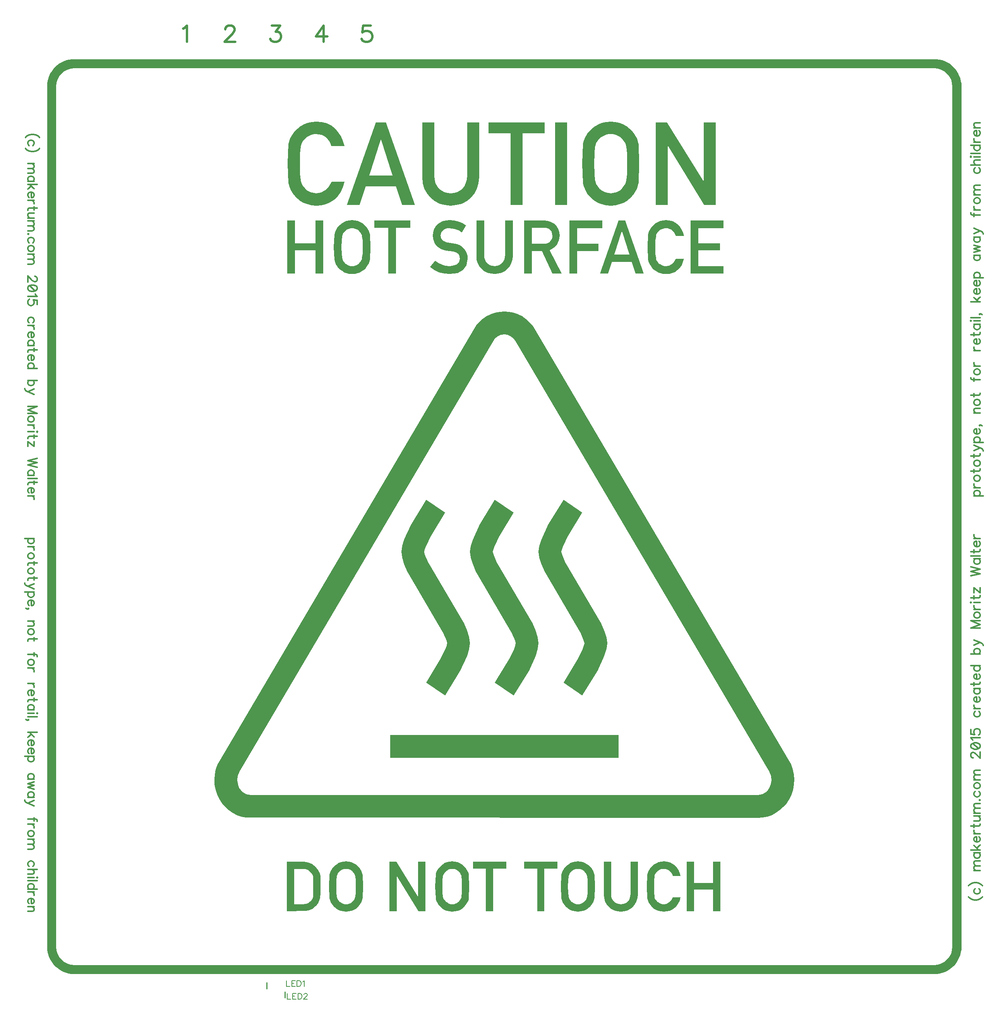
<source format=gto>
G04 DipTrace 2.4.0.2*
%INTOP_SILK.GTO*%
%MOIN*%
%ADD10C,0.0098*%
%ADD17C,0.0*%
%ADD37C,0.0077*%
%ADD39C,0.0216*%
%ADD41C,0.0124*%
%FSLAX44Y44*%
G04*
G70*
G90*
G75*
G01*
%LNTopSilk*%
%LPD*%
X25593Y5456D2*
D10*
Y5968D1*
X27188Y5180D2*
Y4669D1*
X48256Y43187D2*
D17*
X44750Y79002D2*
D3*
X48256Y54998D2*
D3*
G36*
X55909Y27290D2*
Y25322D1*
X36224D1*
Y27290D1*
X55909D1*
G37*
Y25322D2*
D17*
D3*
G36*
X42285Y32821D2*
X40975Y30674D1*
X39346Y31780D1*
X40589Y33832D1*
X40986Y34654D1*
X41100Y34958D1*
X41145Y35169D1*
X41100Y35377D1*
X40813Y36058D1*
X37715Y41336D1*
X37452Y41960D1*
X37273Y42537D1*
X37208Y43038D1*
X37273Y43540D1*
X37452Y44117D1*
X38036Y45382D1*
X39346Y47528D1*
X40975Y46423D1*
X39733Y44370D1*
X39335Y43549D1*
X39221Y43245D1*
X39176Y43034D1*
X39221Y42826D1*
X39508Y42145D1*
X42606Y36867D1*
X42870Y36243D1*
X43048Y35666D1*
X43113Y35164D1*
X43048Y34663D1*
X42870Y34086D1*
X42285Y32821D1*
G37*
X40975Y30674D2*
D17*
D3*
G36*
X48191Y32821D2*
X46880Y30674D1*
X45252Y31780D1*
X46494Y33832D1*
X46892Y34654D1*
X47005Y34958D1*
X47050Y35169D1*
X47005Y35377D1*
X46719Y36058D1*
X43620Y41336D1*
X43357Y41960D1*
X43179Y42537D1*
X43113Y43038D1*
X43179Y43540D1*
X43357Y44117D1*
X43942Y45382D1*
X45252Y47528D1*
X46881Y46423D1*
X45638Y44370D1*
X45240Y43549D1*
X45127Y43245D1*
X45082Y43034D1*
X45127Y42826D1*
X45414Y42145D1*
X48512Y36867D1*
X48775Y36243D1*
X48953Y35666D1*
X49019Y35164D1*
X48953Y34663D1*
X48775Y34086D1*
X48191Y32821D1*
G37*
X46880Y30674D2*
D17*
D3*
G36*
X54096Y32821D2*
X52786Y30674D1*
X51157Y31780D1*
X52400Y33832D1*
X52797Y34654D1*
X52911Y34958D1*
X52956Y35169D1*
X52911Y35377D1*
X52624Y36057D1*
X49526Y41336D1*
X49263Y41960D1*
X49084Y42537D1*
X49019Y43038D1*
X49084Y43540D1*
X49263Y44117D1*
X49847Y45382D1*
X51157Y47528D1*
X52786Y46423D1*
X51544Y44370D1*
X51146Y43549D1*
X51032Y43245D1*
X50987Y43034D1*
X51032Y42825D1*
X51319Y42145D1*
X54417Y36867D1*
X54681Y36243D1*
X54859Y35666D1*
X54924Y35164D1*
X54859Y34663D1*
X54681Y34086D1*
X54096Y32821D1*
G37*
X52786Y30674D2*
D17*
D3*
G36*
X68320Y20177D2*
X67909Y20150D1*
X23812Y20177D1*
X23415Y20258D1*
X23036Y20391D1*
X22678Y20572D1*
X22346Y20800D1*
X22043Y21073D1*
X21773Y21388D1*
X21540Y21743D1*
X23249Y22718D1*
D1*
X23123Y23016D1*
X23062Y23370D1*
X23098Y23756D1*
X23258Y24153D1*
X45101Y61154D1*
X45289Y61402D1*
X45518Y61586D1*
X45780Y61700D1*
X46066Y61739D1*
X46352Y61700D1*
X46614Y61586D1*
X46844Y61402D1*
X47032Y61154D1*
X68874Y24153D1*
X69035Y23756D1*
X69070Y23370D1*
X69009Y23016D1*
X68883Y22718D1*
X68768Y22549D1*
X68571Y22351D1*
X68287Y22187D1*
X67909Y22118D1*
X24223D1*
X23845Y22187D1*
X23561Y22351D1*
X23365Y22549D1*
X23249Y22718D1*
X21540Y21743D1*
X21342Y22150D1*
X21202Y22575D1*
X21119Y23011D1*
X21093Y23452D1*
X21125Y23893D1*
X21213Y24328D1*
X21359Y24750D1*
X43640Y62500D1*
X43910Y62807D1*
X44212Y63073D1*
X44542Y63296D1*
X44896Y63473D1*
X45270Y63602D1*
X45662Y63681D1*
X46066Y63708D1*
X46470Y63681D1*
X46862Y63602D1*
X47237Y63473D1*
X47591Y63296D1*
X47921Y63073D1*
X48222Y62807D1*
X48492Y62500D1*
X70773Y24750D1*
X70919Y24328D1*
X71008Y23893D1*
X71039Y23452D1*
X71014Y23011D1*
X70931Y22574D1*
X70790Y22150D1*
X70593Y21742D1*
X70359Y21388D1*
X70089Y21073D1*
X69786Y20800D1*
X69454Y20572D1*
X69096Y20391D1*
X68717Y20258D1*
X68320Y20177D1*
G37*
X67909Y20150D2*
D17*
D3*
X46066Y61739D2*
D3*
G36*
X83315Y6708D2*
X83074Y6696D1*
X8817Y6708D1*
X8583Y6744D1*
X8357Y6802D1*
X8140Y6882D1*
X7933Y6982D1*
X7738Y7100D1*
X7557Y7236D1*
X7389Y7389D1*
X7236Y7557D1*
X7100Y7738D1*
X6982Y7933D1*
X6882Y8140D1*
X6802Y8357D1*
X6744Y8583D1*
X6708Y8817D1*
Y83315D1*
X6744Y83550D1*
X6802Y83776D1*
X6882Y83993D1*
X6982Y84199D1*
X7100Y84394D1*
X7236Y84576D1*
X7389Y84744D1*
X7945Y84187D1*
D1*
X8178Y84380D1*
X8446Y84525D1*
X8741Y84617D1*
X9058Y84649D1*
X83074D1*
X83391Y84617D1*
X83686Y84525D1*
X83954Y84380D1*
X84187Y84187D1*
X84379Y83954D1*
X84525Y83686D1*
X84617Y83391D1*
X84649Y83074D1*
Y9058D1*
X84617Y8741D1*
X84525Y8446D1*
X84379Y8178D1*
X84187Y7945D1*
X83954Y7753D1*
X83686Y7607D1*
X83391Y7516D1*
X83074Y7483D1*
X9058D1*
X8741Y7516D1*
X8446Y7607D1*
X8178Y7753D1*
X7945Y7945D1*
X7753Y8178D1*
X7607Y8446D1*
X7515Y8741D1*
X7483Y9058D1*
Y83074D1*
X7515Y83391D1*
X7607Y83686D1*
X7753Y83954D1*
X7945Y84187D1*
X7389Y84744D1*
X7557Y84896D1*
X7738Y85032D1*
X7933Y85151D1*
X8140Y85250D1*
X8357Y85330D1*
X8583Y85388D1*
X8817Y85424D1*
X83315D1*
X83549Y85388D1*
X83776Y85330D1*
X83993Y85250D1*
X84199Y85151D1*
X84394Y85032D1*
X84576Y84896D1*
X84744Y84744D1*
X84896Y84576D1*
X85032Y84394D1*
X85151Y84199D1*
X85250Y83993D1*
X85330Y83776D1*
X85388Y83550D1*
X85424Y83315D1*
Y8817D1*
X85388Y8583D1*
X85330Y8357D1*
X85250Y8140D1*
X85151Y7933D1*
X85032Y7738D1*
X84896Y7557D1*
X84744Y7389D1*
X84576Y7236D1*
X84394Y7100D1*
X84199Y6982D1*
X83993Y6882D1*
X83776Y6802D1*
X83549Y6744D1*
X83315Y6708D1*
G37*
X83074Y6696D2*
D17*
D3*
G36*
X31190Y74864D2*
X32297D1*
X32158Y74398D1*
X31967Y73989D1*
X31725Y73638D1*
X31432Y73343D1*
X31088Y73113D1*
X30713Y72948D1*
X30309Y72850D1*
X29875Y72817D1*
X29485Y72850D1*
X29129Y72929D1*
X28807Y73055D1*
X28518Y73227D1*
X28260Y73422D1*
X28041Y73632D1*
X27859Y73857D1*
X27714Y74096D1*
X27577Y74404D1*
X27525Y74575D1*
X27483Y74785D1*
X27412Y76435D1*
X27483Y78095D1*
X27526Y78295D1*
X27578Y78475D1*
X27641Y78634D1*
X27859Y79014D1*
X28041Y79240D1*
X28261Y79453D1*
X28519Y79653D1*
X28807Y79824D1*
X29130Y79948D1*
X29486Y80024D1*
X29876Y80053D1*
X30352Y80011D1*
X30782Y79896D1*
X31165Y79707D1*
X31503Y79444D1*
X31788Y79123D1*
X32016Y78767D1*
X32186Y78375D1*
X32297Y77947D1*
X31189D1*
X31112Y78154D1*
X31009Y78346D1*
X30880Y78521D1*
X30725Y78681D1*
X30540Y78808D1*
X30336Y78900D1*
X30114Y78957D1*
X29872Y78979D1*
X29694Y78966D1*
X29529Y78936D1*
X29377Y78890D1*
X29237Y78828D1*
X29109Y78750D1*
X28993Y78663D1*
X28891Y78566D1*
X28708Y78337D1*
X28632Y78198D1*
X28573Y78041D1*
X28532Y77869D1*
X28475Y77319D1*
Y75553D1*
X28532Y75011D1*
X28573Y74834D1*
X28632Y74675D1*
X28708Y74533D1*
X28891Y74304D1*
X28994Y74210D1*
X29109Y74126D1*
X29377Y73981D1*
X29529Y73931D1*
X29694Y73901D1*
X29873Y73890D1*
X30286Y73951D1*
X30643Y74134D1*
X30944Y74438D1*
X31190Y74864D1*
G37*
X32297D2*
D17*
D3*
G36*
X37276Y72875D2*
X36741Y74468D1*
X36443Y75424D1*
D1*
X34429D1*
X35427Y78538D1*
X35446D1*
X36443Y75424D1*
X36741Y74468D1*
X34126D1*
X33597Y72875D1*
X32490D1*
X34996Y79994D1*
X35871D1*
X38378Y72875D1*
X37276D1*
G37*
X36741Y74468D2*
D17*
D3*
X36443Y75424D2*
D3*
G36*
X38999Y75285D2*
Y79994D1*
X40043D1*
Y75401D1*
X40072Y75058D1*
X40149Y74759D1*
X40275Y74504D1*
X40450Y74291D1*
X40658Y74116D1*
X40894Y73991D1*
X41158Y73916D1*
X41449Y73890D1*
X41742Y73916D1*
X42007Y73991D1*
X42246Y74116D1*
X42458Y74291D1*
X42629Y74504D1*
X42752Y74759D1*
X42828Y75058D1*
X42856Y75401D1*
Y79994D1*
X43900D1*
Y75287D1*
X43849Y74755D1*
X43714Y74280D1*
X43496Y73864D1*
X43195Y73505D1*
X42827Y73208D1*
X42413Y72994D1*
X41954Y72863D1*
X41449Y72817D1*
X40953Y72863D1*
X40498Y72994D1*
X40087Y73207D1*
X39718Y73504D1*
X39407Y73863D1*
X39183Y74279D1*
X39047Y74753D1*
X38999Y75285D1*
G37*
Y79994D2*
D17*
D3*
G36*
X46596Y72875D2*
Y79038D1*
X44706D1*
Y79994D1*
X49532D1*
Y79038D1*
X47640D1*
Y72875D1*
X46596D1*
G37*
Y79038D2*
D17*
D3*
G36*
X50425Y72875D2*
Y79994D1*
X51468D1*
Y72875D1*
X50425D1*
G37*
Y79994D2*
D17*
D3*
G36*
X52839Y74785D2*
X52768Y76435D1*
X53812D1*
D1*
X53831Y77319D1*
X53888Y77869D1*
X53930Y78041D1*
X53989Y78198D1*
X54065Y78337D1*
X54248Y78566D1*
X54350Y78663D1*
X54465Y78750D1*
X54594Y78828D1*
X54733Y78890D1*
X54885Y78936D1*
X55050Y78966D1*
X55229Y78979D1*
X55410Y78966D1*
X55578Y78936D1*
X55734Y78890D1*
X55878Y78828D1*
X56002Y78750D1*
X56112Y78663D1*
X56210Y78566D1*
X56389Y78337D1*
X56466Y78198D1*
X56528Y78041D1*
X56574Y77869D1*
X56627Y77319D1*
Y75553D1*
X56574Y75011D1*
X56528Y74834D1*
X56466Y74675D1*
X56389Y74533D1*
X56210Y74304D1*
X56112Y74210D1*
X56002Y74126D1*
X55878Y74052D1*
X55734Y73981D1*
X55578Y73931D1*
X55410Y73901D1*
X55229Y73890D1*
X55050Y73901D1*
X54885Y73931D1*
X54733Y73981D1*
X54465Y74126D1*
X54350Y74210D1*
X54248Y74304D1*
X54065Y74533D1*
X53989Y74675D1*
X53930Y74834D1*
X53888Y75011D1*
X53831Y75553D1*
X53812Y76435D1*
X52768D1*
X52839Y78099D1*
X52882Y78299D1*
X52935Y78479D1*
X52998Y78639D1*
X53215Y79018D1*
X53397Y79243D1*
X53617Y79455D1*
X53874Y79654D1*
X54163Y79825D1*
X54485Y79948D1*
X54841Y80024D1*
X55231Y80053D1*
X55625Y80024D1*
X55985Y79948D1*
X56311Y79824D1*
X56602Y79653D1*
X56855Y79453D1*
X57070Y79240D1*
X57247Y79014D1*
X57467Y78634D1*
X57535Y78475D1*
X57588Y78295D1*
X57628Y78095D1*
X57689Y76435D1*
X57628Y74785D1*
X57588Y74580D1*
X57534Y74398D1*
X57467Y74236D1*
X57247Y73857D1*
X57070Y73632D1*
X56855Y73422D1*
X56602Y73227D1*
X56311Y73055D1*
X55985Y72929D1*
X55625Y72850D1*
X55231Y72817D1*
X54841Y72850D1*
X54485Y72929D1*
X54163Y73055D1*
X53874Y73227D1*
X53617Y73422D1*
X53397Y73632D1*
X53215Y73857D1*
X53071Y74096D1*
X52934Y74404D1*
X52882Y74575D1*
X52839Y74785D1*
G37*
X52768Y76435D2*
D17*
D3*
X53812D2*
D3*
G36*
X59101Y72875D2*
Y79994D1*
X60086D1*
X63208Y74934D1*
X63227D1*
Y79994D1*
X64271D1*
Y72875D1*
X63282D1*
X60164Y77936D1*
X60145D1*
Y72875D1*
X59101D1*
G37*
Y79994D2*
D17*
D3*
G36*
X29805Y66970D2*
Y68962D1*
X28053D1*
Y66970D1*
X27384D1*
Y71530D1*
X28053D1*
Y69575D1*
X29805D1*
Y71530D1*
X30474D1*
Y66970D1*
X29805D1*
G37*
Y68962D2*
D17*
D3*
G36*
X31430Y68193D2*
X31385Y69250D1*
X32053D1*
D1*
X32065Y69816D1*
X32102Y70168D1*
X32129Y70279D1*
X32166Y70379D1*
X32215Y70468D1*
X32332Y70615D1*
X32398Y70677D1*
X32472Y70732D1*
X32554Y70782D1*
X32643Y70822D1*
X32740Y70852D1*
X32846Y70871D1*
X32961Y70879D1*
X33076Y70871D1*
X33184Y70852D1*
X33284Y70822D1*
X33376Y70782D1*
X33455Y70732D1*
X33526Y70677D1*
X33589Y70615D1*
X33703Y70468D1*
X33753Y70379D1*
X33793Y70279D1*
X33822Y70168D1*
X33856Y69816D1*
Y68685D1*
X33822Y68338D1*
X33793Y68224D1*
X33753Y68122D1*
X33703Y68032D1*
X33589Y67885D1*
X33526Y67824D1*
X33455Y67771D1*
X33376Y67723D1*
X33284Y67678D1*
X33184Y67646D1*
X33076Y67626D1*
X32961Y67620D1*
X32846Y67626D1*
X32740Y67646D1*
X32643Y67678D1*
X32472Y67771D1*
X32398Y67824D1*
X32332Y67885D1*
X32215Y68032D1*
X32166Y68122D1*
X32129Y68224D1*
X32102Y68338D1*
X32065Y68685D1*
X32053Y69250D1*
X31385D1*
X31430Y70315D1*
X31457Y70444D1*
X31491Y70559D1*
X31532Y70661D1*
X31671Y70904D1*
X31787Y71048D1*
X31928Y71184D1*
X32093Y71312D1*
X32278Y71421D1*
X32484Y71500D1*
X32712Y71549D1*
X32962Y71567D1*
X33215Y71549D1*
X33445Y71500D1*
X33654Y71421D1*
X33840Y71311D1*
X34002Y71183D1*
X34140Y71046D1*
X34253Y70901D1*
X34394Y70658D1*
X34437Y70556D1*
X34472Y70441D1*
X34497Y70313D1*
X34536Y69250D1*
X34497Y68193D1*
X34472Y68062D1*
X34437Y67945D1*
X34394Y67841D1*
X34253Y67598D1*
X34140Y67455D1*
X34002Y67320D1*
X33840Y67195D1*
X33653Y67085D1*
X33445Y67004D1*
X33214Y66953D1*
X32962Y66932D1*
X32712Y66953D1*
X32484Y67004D1*
X32278Y67085D1*
X32093Y67195D1*
X31928Y67320D1*
X31787Y67455D1*
X31671Y67598D1*
X31578Y67752D1*
X31491Y67949D1*
X31457Y68058D1*
X31430Y68193D1*
G37*
X31385Y69250D2*
D17*
D3*
X32053D2*
D3*
G36*
X36076Y66970D2*
Y70917D1*
X34865D1*
Y71530D1*
X37956D1*
Y70917D1*
X36744D1*
Y66970D1*
X36076D1*
G37*
Y70917D2*
D17*
D3*
G36*
X39679Y67555D2*
X40118Y68074D1*
X40394Y67878D1*
X40695Y67737D1*
X41022Y67651D1*
X41373Y67620D1*
X41751Y67664D1*
X42022Y67785D1*
X42187Y67982D1*
X42246Y68255D1*
X42213Y68485D1*
X42105Y68664D1*
X41925Y68792D1*
X41671Y68869D1*
X41086Y68953D1*
X40818Y69017D1*
X40584Y69111D1*
X40385Y69235D1*
X40219Y69389D1*
X40085Y69572D1*
X39990Y69774D1*
X39932Y69994D1*
X39913Y70234D1*
X39937Y70518D1*
X40009Y70774D1*
X40129Y71000D1*
X40298Y71198D1*
X40503Y71357D1*
X40748Y71472D1*
X41031Y71542D1*
X41354Y71567D1*
X41752Y71531D1*
X42123Y71440D1*
X42468Y71295D1*
X42785Y71096D1*
X42413Y70528D1*
X42158Y70677D1*
X41890Y70785D1*
X41611Y70853D1*
X41318Y70879D1*
X41170Y70869D1*
X41035Y70840D1*
X40913Y70790D1*
X40803Y70720D1*
X40709Y70627D1*
X40640Y70513D1*
X40598Y70379D1*
X40582Y70225D1*
X40591Y70129D1*
X40619Y70037D1*
X40665Y69951D1*
X40730Y69868D1*
X40816Y69793D1*
X40924Y69731D1*
X41054Y69681D1*
X41206Y69643D1*
X41993Y69509D1*
X42243Y69412D1*
X42452Y69279D1*
X42621Y69111D1*
X42750Y68920D1*
X42841Y68715D1*
X42897Y68495D1*
X42915Y68259D1*
X42806Y67686D1*
X42511Y67273D1*
X42031Y67022D1*
X41365Y66932D1*
X40892Y66971D1*
X40453Y67088D1*
X40049Y67282D1*
X39679Y67555D1*
G37*
X40118Y68074D2*
D17*
D3*
G36*
X43657Y68513D2*
Y71530D1*
X44325D1*
Y68587D1*
X44344Y68368D1*
X44394Y68176D1*
X44474Y68013D1*
X44586Y67877D1*
X44720Y67764D1*
X44871Y67684D1*
X45040Y67636D1*
X45226Y67620D1*
X45414Y67636D1*
X45584Y67684D1*
X45737Y67764D1*
X45873Y67877D1*
X45982Y68013D1*
X46061Y68176D1*
X46109Y68368D1*
X46127Y68587D1*
Y71530D1*
X46796D1*
Y68515D1*
X46763Y68174D1*
X46677Y67870D1*
X46538Y67603D1*
X46345Y67373D1*
X46109Y67183D1*
X45844Y67046D1*
X45550Y66962D1*
X45226Y66932D1*
X44908Y66962D1*
X44617Y67046D1*
X44354Y67182D1*
X44117Y67373D1*
X43918Y67602D1*
X43775Y67869D1*
X43688Y68172D1*
X43657Y68513D1*
G37*
Y71530D2*
D17*
D3*
G36*
X47772Y66970D2*
Y71530D1*
X49498D1*
X49761Y71511D1*
X49999Y71455D1*
X50212Y71361D1*
X50399Y71229D1*
X50584Y71041D1*
X50718Y70816D1*
X50803Y70554D1*
X50837Y70257D1*
X50779Y69829D1*
X50618Y69476D1*
X50353Y69198D1*
X49984Y68993D1*
X51006Y66970D1*
X50212D1*
X49298Y68919D1*
X48441D1*
Y69531D1*
D1*
Y70917D1*
X49643Y70908D1*
X49776Y70882D1*
X49889Y70838D1*
X49984Y70776D1*
X50079Y70684D1*
X50147Y70567D1*
X50189Y70425D1*
X50206Y70258D1*
X50194Y70115D1*
X50159Y69984D1*
X50101Y69864D1*
X50020Y69757D1*
X49914Y69660D1*
X49785Y69590D1*
X49632Y69547D1*
X49455Y69531D1*
X48441D1*
Y68919D1*
Y66970D1*
X47772D1*
G37*
Y71530D2*
D17*
D3*
X48441Y69531D2*
D3*
G36*
X51679Y66970D2*
Y71530D1*
X54500D1*
Y70879D1*
X52347D1*
Y69531D1*
X54185D1*
Y68919D1*
X52347D1*
Y66970D1*
X51679D1*
G37*
Y71530D2*
D17*
D3*
G36*
X57371Y66970D2*
X57029Y67990D1*
X56838Y68602D1*
D1*
X55548D1*
X56187Y70597D1*
X56199D1*
X56838Y68602D1*
X57029Y67990D1*
X55354D1*
X55014Y66970D1*
X54306D1*
X55911Y71530D1*
X56471D1*
X58077Y66970D1*
X57371D1*
G37*
X57029Y67990D2*
D17*
D3*
X56838Y68602D2*
D3*
G36*
X60826Y68244D2*
X61535D1*
X61446Y67945D1*
X61324Y67683D1*
X61169Y67458D1*
X60980Y67269D1*
X60760Y67122D1*
X60521Y67017D1*
X60262Y66953D1*
X59984Y66932D1*
X59734Y66953D1*
X59506Y67004D1*
X59299Y67085D1*
X59114Y67195D1*
X58949Y67320D1*
X58809Y67455D1*
X58692Y67598D1*
X58600Y67752D1*
X58512Y67949D1*
X58479Y68058D1*
X58451Y68193D1*
X58406Y69250D1*
X58451Y70313D1*
X58479Y70441D1*
X58513Y70556D1*
X58553Y70658D1*
X58692Y70901D1*
X58809Y71046D1*
X58950Y71183D1*
X59115Y71311D1*
X59300Y71421D1*
X59506Y71500D1*
X59734Y71549D1*
X59984Y71567D1*
X60289Y71540D1*
X60564Y71466D1*
X60810Y71345D1*
X61026Y71177D1*
X61209Y70972D1*
X61355Y70744D1*
X61464Y70492D1*
X61535Y70218D1*
X60825D1*
X60776Y70351D1*
X60710Y70474D1*
X60627Y70586D1*
X60528Y70688D1*
X60409Y70770D1*
X60279Y70828D1*
X60136Y70865D1*
X59982Y70879D1*
X59868Y70871D1*
X59762Y70852D1*
X59664Y70822D1*
X59575Y70782D1*
X59493Y70732D1*
X59419Y70677D1*
X59353Y70615D1*
X59236Y70468D1*
X59188Y70379D1*
X59150Y70279D1*
X59123Y70168D1*
X59087Y69816D1*
Y68685D1*
X59123Y68338D1*
X59150Y68224D1*
X59188Y68122D1*
X59236Y68032D1*
X59353Y67885D1*
X59419Y67824D1*
X59493Y67771D1*
X59665Y67678D1*
X59762Y67646D1*
X59868Y67626D1*
X59982Y67620D1*
X60247Y67659D1*
X60475Y67776D1*
X60668Y67971D1*
X60826Y68244D1*
G37*
X61535D2*
D17*
D3*
G36*
X62118Y66970D2*
Y71530D1*
X64940D1*
Y70879D1*
X62787D1*
Y69575D1*
X64625D1*
Y68962D1*
X62787D1*
Y67620D1*
X64940D1*
Y66970D1*
X62118D1*
G37*
Y71530D2*
D17*
D3*
G36*
X27352Y12117D2*
Y16363D1*
X28791D1*
X29183Y16316D1*
X29522Y16181D1*
X29809Y15958D1*
X30044Y15646D1*
X30112Y15526D1*
X30166Y15402D1*
X30206Y15275D1*
X30233Y15146D1*
X30252Y13659D1*
X30216Y13285D1*
X30188Y13155D1*
X30148Y13040D1*
X30033Y12822D1*
X29934Y12678D1*
X29817Y12548D1*
X29682Y12431D1*
X29347Y12931D1*
D1*
X29174Y12815D1*
X28965Y12745D1*
X28721Y12722D1*
X27975D1*
Y15757D1*
X28721D1*
X28944Y15739D1*
X29141Y15673D1*
X29312Y15560D1*
X29455Y15398D1*
X29513Y15318D1*
X29559Y15227D1*
X29593Y15124D1*
X29616Y15010D1*
Y13440D1*
X29597Y13340D1*
X29569Y13248D1*
X29531Y13166D1*
X29483Y13093D1*
X29347Y12931D1*
X29682Y12431D1*
X29530Y12327D1*
X29362Y12235D1*
X29176Y12169D1*
X28971Y12130D1*
X27352Y12117D1*
G37*
Y16363D2*
D17*
D3*
X27975Y12722D2*
D3*
G36*
X31012Y13255D2*
X30969Y14240D1*
X31592D1*
D1*
X31603Y14767D1*
X31637Y15095D1*
X31662Y15198D1*
X31697Y15291D1*
X31743Y15374D1*
X31852Y15511D1*
X31913Y15568D1*
X31982Y15620D1*
X32058Y15667D1*
X32141Y15704D1*
X32232Y15732D1*
X32331Y15750D1*
X32437Y15757D1*
X32545Y15750D1*
X32645Y15732D1*
X32738Y15704D1*
X32824Y15667D1*
X32898Y15620D1*
X32964Y15568D1*
X33022Y15511D1*
X33129Y15374D1*
X33175Y15291D1*
X33212Y15198D1*
X33239Y15095D1*
X33271Y14767D1*
Y13714D1*
X33239Y13391D1*
X33212Y13285D1*
X33175Y13190D1*
X33129Y13105D1*
X33022Y12969D1*
X32964Y12913D1*
X32898Y12863D1*
X32824Y12819D1*
X32738Y12776D1*
X32645Y12746D1*
X32545Y12728D1*
X32437Y12722D1*
X32331Y12728D1*
X32232Y12746D1*
X32141Y12776D1*
X31982Y12863D1*
X31913Y12913D1*
X31852Y12969D1*
X31743Y13105D1*
X31697Y13190D1*
X31662Y13285D1*
X31637Y13391D1*
X31603Y13714D1*
X31592Y14240D1*
X30969D1*
X31012Y15232D1*
X31037Y15351D1*
X31069Y15459D1*
X31106Y15554D1*
X31236Y15780D1*
X31344Y15915D1*
X31475Y16041D1*
X31629Y16160D1*
X31801Y16262D1*
X31994Y16335D1*
X32206Y16381D1*
X32438Y16398D1*
X32673Y16381D1*
X32888Y16335D1*
X33082Y16261D1*
X33256Y16159D1*
X33407Y16040D1*
X33535Y15913D1*
X33641Y15778D1*
X33772Y15552D1*
X33812Y15456D1*
X33844Y15349D1*
X33868Y15230D1*
X33904Y14240D1*
X33868Y13255D1*
X33844Y13134D1*
X33812Y13025D1*
X33772Y12928D1*
X33641Y12702D1*
X33535Y12568D1*
X33407Y12443D1*
X33256Y12327D1*
X33082Y12224D1*
X32888Y12149D1*
X32673Y12101D1*
X32438Y12082D1*
X32206Y12101D1*
X31994Y12149D1*
X31801Y12224D1*
X31629Y12327D1*
X31475Y12443D1*
X31344Y12568D1*
X31236Y12702D1*
X31150Y12845D1*
X31068Y13028D1*
X31037Y13130D1*
X31012Y13255D1*
G37*
X30969Y14240D2*
D17*
D3*
X31592D2*
D3*
G36*
X36177Y12117D2*
Y16363D1*
X36763D1*
X38626Y13344D1*
X38637D1*
Y16363D1*
X39260D1*
Y12117D1*
X38670D1*
X36810Y15135D1*
X36799D1*
Y12117D1*
X36177D1*
G37*
Y16363D2*
D17*
D3*
G36*
X40159Y13255D2*
X40117Y14240D1*
X40739D1*
D1*
X40751Y14767D1*
X40785Y15095D1*
X40810Y15198D1*
X40845Y15291D1*
X40890Y15374D1*
X40999Y15511D1*
X41060Y15568D1*
X41129Y15620D1*
X41206Y15667D1*
X41289Y15704D1*
X41379Y15732D1*
X41478Y15750D1*
X41584Y15757D1*
X41692Y15750D1*
X41793Y15732D1*
X41886Y15704D1*
X41971Y15667D1*
X42045Y15620D1*
X42111Y15568D1*
X42169Y15511D1*
X42276Y15374D1*
X42322Y15291D1*
X42359Y15198D1*
X42387Y15095D1*
X42419Y14767D1*
Y13714D1*
X42387Y13391D1*
X42359Y13285D1*
X42322Y13190D1*
X42276Y13105D1*
X42169Y12969D1*
X42111Y12913D1*
X42045Y12863D1*
X41971Y12819D1*
X41886Y12776D1*
X41793Y12746D1*
X41692Y12728D1*
X41584Y12722D1*
X41478Y12728D1*
X41379Y12746D1*
X41289Y12776D1*
X41129Y12863D1*
X41060Y12913D1*
X40999Y12969D1*
X40890Y13105D1*
X40845Y13190D1*
X40810Y13285D1*
X40785Y13391D1*
X40751Y13714D1*
X40739Y14240D1*
X40117D1*
X40159Y15232D1*
X40185Y15351D1*
X40216Y15459D1*
X40254Y15554D1*
X40383Y15780D1*
X40492Y15915D1*
X40623Y16041D1*
X40777Y16160D1*
X40949Y16262D1*
X41141Y16335D1*
X41353Y16381D1*
X41586Y16398D1*
X41821Y16381D1*
X42035Y16335D1*
X42230Y16261D1*
X42403Y16159D1*
X42554Y16040D1*
X42682Y15913D1*
X42788Y15778D1*
X42920Y15552D1*
X42960Y15456D1*
X42991Y15349D1*
X43015Y15230D1*
X43052Y14240D1*
X43015Y13255D1*
X42991Y13134D1*
X42959Y13025D1*
X42919Y12928D1*
X42788Y12702D1*
X42682Y12568D1*
X42554Y12443D1*
X42403Y12327D1*
X42230Y12224D1*
X42035Y12149D1*
X41821Y12101D1*
X41586Y12082D1*
X41353Y12101D1*
X41141Y12149D1*
X40949Y12224D1*
X40777Y12327D1*
X40623Y12443D1*
X40492Y12568D1*
X40383Y12702D1*
X40297Y12845D1*
X40215Y13028D1*
X40184Y13130D1*
X40159Y13255D1*
G37*
X40117Y14240D2*
D17*
D3*
X40739D2*
D3*
G36*
X44485Y12117D2*
Y15792D1*
X43358D1*
Y16363D1*
X46236D1*
Y15792D1*
X45108D1*
Y12117D1*
X44485D1*
G37*
Y15792D2*
D17*
D3*
G36*
X48897Y12117D2*
Y15792D1*
X47770D1*
Y16363D1*
X50648D1*
Y15792D1*
X49520D1*
Y12117D1*
X48897D1*
G37*
Y15792D2*
D17*
D3*
G36*
X50975Y13255D2*
X50933Y14240D1*
X51555D1*
D1*
X51567Y14767D1*
X51601Y15095D1*
X51626Y15198D1*
X51661Y15291D1*
X51706Y15374D1*
X51815Y15511D1*
X51876Y15568D1*
X51945Y15620D1*
X52022Y15667D1*
X52105Y15704D1*
X52195Y15732D1*
X52294Y15750D1*
X52400Y15757D1*
X52508Y15750D1*
X52609Y15732D1*
X52702Y15704D1*
X52787Y15667D1*
X52861Y15620D1*
X52927Y15568D1*
X52986Y15511D1*
X53092Y15374D1*
X53138Y15291D1*
X53175Y15198D1*
X53203Y15095D1*
X53235Y14767D1*
Y13714D1*
X53203Y13391D1*
X53175Y13285D1*
X53138Y13190D1*
X53092Y13105D1*
X52986Y12969D1*
X52927Y12913D1*
X52861Y12863D1*
X52787Y12819D1*
X52702Y12776D1*
X52609Y12746D1*
X52508Y12728D1*
X52400Y12722D1*
X52294Y12728D1*
X52195Y12746D1*
X52105Y12776D1*
X51945Y12863D1*
X51876Y12913D1*
X51815Y12969D1*
X51706Y13105D1*
X51661Y13190D1*
X51626Y13285D1*
X51601Y13391D1*
X51567Y13714D1*
X51555Y14240D1*
X50933D1*
X50975Y15232D1*
X51001Y15351D1*
X51032Y15459D1*
X51070Y15554D1*
X51199Y15780D1*
X51308Y15915D1*
X51439Y16041D1*
X51593Y16160D1*
X51765Y16262D1*
X51957Y16335D1*
X52169Y16381D1*
X52402Y16398D1*
X52637Y16381D1*
X52851Y16335D1*
X53046Y16261D1*
X53219Y16159D1*
X53370Y16040D1*
X53499Y15913D1*
X53604Y15778D1*
X53736Y15552D1*
X53776Y15456D1*
X53807Y15349D1*
X53831Y15230D1*
X53868Y14240D1*
X53831Y13255D1*
X53807Y13134D1*
X53775Y13025D1*
X53735Y12928D1*
X53604Y12702D1*
X53498Y12568D1*
X53370Y12443D1*
X53219Y12327D1*
X53046Y12224D1*
X52851Y12149D1*
X52637Y12101D1*
X52402Y12082D1*
X52169Y12101D1*
X51957Y12149D1*
X51765Y12224D1*
X51593Y12327D1*
X51439Y12443D1*
X51308Y12568D1*
X51199Y12702D1*
X51113Y12845D1*
X51031Y13028D1*
X51000Y13130D1*
X50975Y13255D1*
G37*
X50933Y14240D2*
D17*
D3*
X51555D2*
D3*
G36*
X54634Y13554D2*
Y16363D1*
X55257D1*
Y13623D1*
X55274Y13419D1*
X55320Y13240D1*
X55396Y13088D1*
X55500Y12961D1*
X55624Y12857D1*
X55765Y12782D1*
X55922Y12737D1*
X56096Y12722D1*
X56270Y12737D1*
X56428Y12782D1*
X56571Y12857D1*
X56698Y12961D1*
X56799Y13088D1*
X56873Y13240D1*
X56918Y13419D1*
X56935Y13623D1*
Y16363D1*
X57557D1*
Y13555D1*
X57527Y13238D1*
X57447Y12955D1*
X57317Y12706D1*
X57137Y12493D1*
X56917Y12315D1*
X56671Y12187D1*
X56397Y12110D1*
X56096Y12082D1*
X55800Y12110D1*
X55529Y12187D1*
X55283Y12315D1*
X55063Y12492D1*
X54878Y12706D1*
X54744Y12954D1*
X54663Y13236D1*
X54634Y13554D1*
G37*
Y16363D2*
D17*
D3*
G36*
X60580Y13303D2*
X61241D1*
X61158Y13025D1*
X61044Y12781D1*
X60899Y12571D1*
X60724Y12396D1*
X60519Y12258D1*
X60296Y12160D1*
X60055Y12101D1*
X59796Y12082D1*
X59564Y12101D1*
X59351Y12149D1*
X59159Y12224D1*
X58987Y12327D1*
X58833Y12443D1*
X58702Y12568D1*
X58593Y12702D1*
X58507Y12845D1*
X58426Y13028D1*
X58395Y13130D1*
X58369Y13255D1*
X58327Y14240D1*
X58369Y15230D1*
X58395Y15349D1*
X58426Y15456D1*
X58464Y15552D1*
X58593Y15778D1*
X58702Y15913D1*
X58833Y16040D1*
X58987Y16159D1*
X59159Y16261D1*
X59352Y16335D1*
X59564Y16381D1*
X59797Y16398D1*
X60080Y16373D1*
X60337Y16304D1*
X60565Y16191D1*
X60767Y16034D1*
X60937Y15843D1*
X61073Y15631D1*
X61174Y15397D1*
X61241Y15142D1*
X60580D1*
X60534Y15265D1*
X60472Y15379D1*
X60395Y15484D1*
X60303Y15579D1*
X60193Y15655D1*
X60071Y15710D1*
X59938Y15744D1*
X59794Y15757D1*
X59688Y15750D1*
X59589Y15732D1*
X59499Y15704D1*
X59416Y15667D1*
X59339Y15620D1*
X59270Y15568D1*
X59209Y15511D1*
X59100Y15374D1*
X59055Y15291D1*
X59020Y15198D1*
X58995Y15095D1*
X58961Y14767D1*
Y13714D1*
X58995Y13391D1*
X59020Y13285D1*
X59055Y13190D1*
X59100Y13105D1*
X59209Y12969D1*
X59270Y12913D1*
X59339Y12863D1*
X59499Y12776D1*
X59590Y12746D1*
X59688Y12728D1*
X59795Y12722D1*
X60041Y12759D1*
X60254Y12867D1*
X60434Y13049D1*
X60580Y13303D1*
G37*
X61241D2*
D17*
D3*
G36*
X64038Y12117D2*
Y13972D1*
X62406D1*
Y12117D1*
X61784D1*
Y16363D1*
X62406D1*
Y14542D1*
X64038D1*
Y16363D1*
X64660D1*
Y12117D1*
X64038D1*
G37*
Y13972D2*
D17*
D3*
X27316Y6149D2*
D37*
Y5646D1*
X27603D1*
X28068Y6149D2*
X27757D1*
Y5646D1*
X28068D1*
X27757Y5909D2*
X27949D1*
X28222Y6149D2*
Y5646D1*
X28390D1*
X28462Y5671D1*
X28510Y5718D1*
X28534Y5766D1*
X28557Y5838D1*
Y5958D1*
X28534Y6029D1*
X28510Y6077D1*
X28462Y6125D1*
X28390Y6149D1*
X28222D1*
X28712Y6053D2*
X28760Y6077D1*
X28832Y6148D1*
Y5646D1*
X27386Y5050D2*
Y4548D1*
X27673D1*
X28138Y5050D2*
X27827D1*
Y4548D1*
X28138D1*
X27827Y4811D2*
X28019D1*
X28292Y5050D2*
Y4548D1*
X28460D1*
X28532Y4572D1*
X28580Y4620D1*
X28603Y4668D1*
X28627Y4739D1*
Y4859D1*
X28603Y4931D1*
X28580Y4978D1*
X28532Y5026D1*
X28460Y5050D1*
X28292D1*
X28806Y4930D2*
Y4954D1*
X28830Y5002D1*
X28853Y5026D1*
X28902Y5050D1*
X28997D1*
X29045Y5026D1*
X29068Y5002D1*
X29093Y4954D1*
Y4906D1*
X29068Y4858D1*
X29021Y4787D1*
X28782Y4548D1*
X29117D1*
X18418Y88039D2*
D39*
X18553Y88107D1*
X18754Y88306D1*
Y86901D1*
X22030Y87972D2*
Y88039D1*
X22096Y88173D1*
X22163Y88240D1*
X22297Y88306D1*
X22565D1*
X22698Y88240D1*
X22765Y88173D1*
X22833Y88039D1*
Y87905D1*
X22765Y87771D1*
X22632Y87571D1*
X21962Y86901D1*
X22899D1*
X26033Y88306D2*
X26768D1*
X26368Y87771D1*
X26569D1*
X26702Y87704D1*
X26768Y87638D1*
X26836Y87437D1*
Y87303D1*
X26768Y87102D1*
X26635Y86968D1*
X26434Y86901D1*
X26233D1*
X26033Y86968D1*
X25967Y87036D1*
X25899Y87169D1*
X30506Y86901D2*
Y88306D1*
X29836Y87370D1*
X30840D1*
X34576Y88306D2*
X33907D1*
X33841Y87704D1*
X33907Y87771D1*
X34108Y87839D1*
X34308D1*
X34509Y87771D1*
X34644Y87638D1*
X34710Y87437D1*
Y87303D1*
X34644Y87102D1*
X34509Y86968D1*
X34308Y86901D1*
X34108D1*
X33907Y86968D1*
X33841Y87036D1*
X33773Y87169D1*
X86030Y13352D2*
D41*
X86106Y13275D1*
X86221Y13199D1*
X86374Y13122D1*
X86565Y13084D1*
X86718D1*
X86909Y13122D1*
X87062Y13199D1*
X87177Y13275D1*
X87253Y13352D1*
X86622Y14059D2*
X86545Y13982D1*
X86507Y13905D1*
Y13791D1*
X86545Y13714D1*
X86622Y13638D1*
X86737Y13599D1*
X86813D1*
X86928Y13638D1*
X87004Y13714D1*
X87043Y13791D1*
Y13905D1*
X87004Y13982D1*
X86928Y14059D1*
X86030Y14306D2*
X86106Y14383D1*
X86221Y14459D1*
X86374Y14536D1*
X86565Y14574D1*
X86718D1*
X86909Y14536D1*
X87062Y14459D1*
X87177Y14383D1*
X87253Y14306D1*
X86507Y15598D2*
X87043D1*
X86660D2*
X86545Y15713D1*
X86507Y15790D1*
Y15904D1*
X86545Y15981D1*
X86660Y16019D1*
X87043D1*
X86660D2*
X86545Y16134D1*
X86507Y16211D1*
Y16325D1*
X86545Y16402D1*
X86660Y16441D1*
X87043D1*
X86507Y17147D2*
X87043D1*
X86622D2*
X86545Y17071D1*
X86507Y16994D1*
Y16880D1*
X86545Y16803D1*
X86622Y16727D1*
X86737Y16688D1*
X86813D1*
X86928Y16727D1*
X87004Y16803D1*
X87043Y16880D1*
Y16994D1*
X87004Y17071D1*
X86928Y17147D1*
X86239Y17394D2*
X87043D1*
X86507Y17777D2*
X86890Y17394D1*
X86737Y17547D2*
X87043Y17815D1*
X86737Y18062D2*
Y18521D1*
X86660D1*
X86583Y18483D1*
X86545Y18445D1*
X86507Y18368D1*
Y18253D1*
X86545Y18177D1*
X86622Y18100D1*
X86737Y18062D1*
X86813D1*
X86928Y18100D1*
X87004Y18177D1*
X87043Y18253D1*
Y18368D1*
X87004Y18445D1*
X86928Y18521D1*
X86507Y18768D2*
X87043D1*
X86737D2*
X86622Y18807D1*
X86545Y18883D1*
X86507Y18960D1*
Y19075D1*
X86239Y19437D2*
X86890D1*
X87004Y19475D1*
X87043Y19552D1*
Y19628D1*
X86507Y19322D2*
Y19590D1*
Y19875D2*
X86890D1*
X87004Y19913D1*
X87043Y19990D1*
Y20105D1*
X87004Y20181D1*
X86890Y20296D1*
X86507D2*
X87043D1*
X86507Y20543D2*
X87043D1*
X86660D2*
X86545Y20658D1*
X86507Y20735D1*
Y20849D1*
X86545Y20926D1*
X86660Y20964D1*
X87043D1*
X86660D2*
X86545Y21079D1*
X86507Y21156D1*
Y21270D1*
X86545Y21347D1*
X86660Y21386D1*
X87043D1*
X86966Y21671D2*
X87005Y21633D1*
X87043Y21671D1*
X87005Y21710D1*
X86966Y21671D1*
X86622Y22417D2*
X86545Y22340D1*
X86507Y22263D1*
Y22149D1*
X86545Y22072D1*
X86622Y21996D1*
X86737Y21957D1*
X86813D1*
X86928Y21996D1*
X87004Y22072D1*
X87043Y22149D1*
Y22263D1*
X87004Y22340D1*
X86928Y22417D1*
X86507Y22855D2*
X86545Y22779D1*
X86622Y22702D1*
X86737Y22664D1*
X86813D1*
X86928Y22702D1*
X87004Y22779D1*
X87043Y22855D1*
Y22970D1*
X87004Y23047D1*
X86928Y23123D1*
X86813Y23162D1*
X86737D1*
X86622Y23123D1*
X86545Y23047D1*
X86507Y22970D1*
Y22855D1*
Y23409D2*
X87043D1*
X86660D2*
X86545Y23524D1*
X86507Y23600D1*
Y23715D1*
X86545Y23791D1*
X86660Y23829D1*
X87043D1*
X86660D2*
X86545Y23944D1*
X86507Y24021D1*
Y24135D1*
X86545Y24212D1*
X86660Y24251D1*
X87043D1*
X86431Y25315D2*
X86393D1*
X86316Y25353D1*
X86278Y25391D1*
X86240Y25468D1*
Y25621D1*
X86278Y25697D1*
X86316Y25735D1*
X86393Y25774D1*
X86469D1*
X86546Y25735D1*
X86660Y25659D1*
X87043Y25276D1*
Y25812D1*
X86240Y26289D2*
X86278Y26174D1*
X86393Y26097D1*
X86584Y26059D1*
X86699D1*
X86890Y26097D1*
X87005Y26174D1*
X87043Y26289D1*
Y26365D1*
X87005Y26480D1*
X86890Y26556D1*
X86699Y26595D1*
X86584D1*
X86393Y26556D1*
X86278Y26480D1*
X86240Y26365D1*
Y26289D1*
X86393Y26556D2*
X86890Y26097D1*
X86393Y26842D2*
X86354Y26919D1*
X86240Y27034D1*
X87043D1*
X86240Y27740D2*
Y27358D1*
X86584Y27320D1*
X86546Y27358D1*
X86507Y27473D1*
Y27587D1*
X86546Y27702D1*
X86622Y27779D1*
X86737Y27817D1*
X86813D1*
X86928Y27779D1*
X87005Y27702D1*
X87043Y27587D1*
Y27473D1*
X87005Y27358D1*
X86966Y27320D1*
X86890Y27281D1*
X86622Y29301D2*
X86545Y29224D1*
X86507Y29147D1*
Y29033D1*
X86545Y28956D1*
X86622Y28880D1*
X86737Y28841D1*
X86813D1*
X86928Y28880D1*
X87004Y28956D1*
X87043Y29033D1*
Y29147D1*
X87004Y29224D1*
X86928Y29301D1*
X86507Y29548D2*
X87043D1*
X86737D2*
X86622Y29587D1*
X86545Y29663D1*
X86507Y29740D1*
Y29855D1*
X86737Y30102D2*
Y30561D1*
X86660D1*
X86583Y30523D1*
X86545Y30485D1*
X86507Y30408D1*
Y30293D1*
X86545Y30217D1*
X86622Y30140D1*
X86737Y30102D1*
X86813D1*
X86928Y30140D1*
X87004Y30217D1*
X87043Y30293D1*
Y30408D1*
X87004Y30485D1*
X86928Y30561D1*
X86507Y31267D2*
X87043D1*
X86622D2*
X86545Y31191D1*
X86507Y31114D1*
Y31000D1*
X86545Y30923D1*
X86622Y30847D1*
X86737Y30808D1*
X86813D1*
X86928Y30847D1*
X87004Y30923D1*
X87043Y31000D1*
Y31114D1*
X87004Y31191D1*
X86928Y31267D1*
X86239Y31629D2*
X86890D1*
X87004Y31667D1*
X87043Y31744D1*
Y31820D1*
X86507Y31514D2*
Y31782D1*
X86737Y32067D2*
Y32526D1*
X86660D1*
X86583Y32488D1*
X86545Y32450D1*
X86507Y32373D1*
Y32258D1*
X86545Y32182D1*
X86622Y32105D1*
X86737Y32067D1*
X86813D1*
X86928Y32105D1*
X87004Y32182D1*
X87043Y32258D1*
Y32373D1*
X87004Y32450D1*
X86928Y32526D1*
X86239Y33232D2*
X87043D1*
X86622D2*
X86545Y33156D1*
X86507Y33079D1*
Y32964D1*
X86545Y32888D1*
X86622Y32811D1*
X86737Y32773D1*
X86813D1*
X86928Y32811D1*
X87004Y32888D1*
X87043Y32964D1*
Y33079D1*
X87004Y33156D1*
X86928Y33232D1*
X86239Y34257D2*
X87043D1*
X86622D2*
X86545Y34333D1*
X86507Y34410D1*
Y34525D1*
X86545Y34601D1*
X86622Y34677D1*
X86737Y34716D1*
X86813D1*
X86928Y34677D1*
X87004Y34601D1*
X87043Y34525D1*
Y34410D1*
X87004Y34333D1*
X86928Y34257D1*
X86507Y35001D2*
X87043Y35230D1*
X87196Y35154D1*
X87273Y35078D1*
X87311Y35001D1*
Y34963D1*
X86507Y35460D2*
X87043Y35230D1*
Y37097D2*
X86239D1*
X87043Y36791D1*
X86239Y36485D1*
X87043D1*
X86507Y37535D2*
X86545Y37459D1*
X86622Y37382D1*
X86737Y37344D1*
X86813D1*
X86928Y37382D1*
X87004Y37459D1*
X87043Y37535D1*
Y37650D1*
X87004Y37727D1*
X86928Y37803D1*
X86813Y37842D1*
X86737D1*
X86622Y37803D1*
X86545Y37727D1*
X86507Y37650D1*
Y37535D1*
Y38089D2*
X87043D1*
X86737D2*
X86622Y38128D1*
X86545Y38204D1*
X86507Y38281D1*
Y38396D1*
X86239Y38643D2*
X86277Y38681D1*
X86239Y38720D1*
X86200Y38681D1*
X86239Y38643D1*
X86507Y38681D2*
X87043D1*
X86239Y39082D2*
X86890D1*
X87004Y39120D1*
X87043Y39197D1*
Y39273D1*
X86507Y38967D2*
Y39235D1*
Y39520D2*
Y39941D1*
X87043Y39520D1*
Y39941D1*
X86239Y40965D2*
X87043Y41157D1*
X86239Y41348D1*
X87043Y41539D1*
X86239Y41731D1*
X86507Y42437D2*
X87043D1*
X86622D2*
X86545Y42361D1*
X86507Y42284D1*
Y42170D1*
X86545Y42093D1*
X86622Y42017D1*
X86737Y41978D1*
X86813D1*
X86928Y42017D1*
X87004Y42093D1*
X87043Y42170D1*
Y42284D1*
X87004Y42361D1*
X86928Y42437D1*
X86239Y42684D2*
X87043D1*
X86239Y43046D2*
X86890D1*
X87004Y43084D1*
X87043Y43161D1*
Y43237D1*
X86507Y42931D2*
Y43199D1*
X86737Y43484D2*
Y43943D1*
X86660D1*
X86583Y43905D1*
X86545Y43867D1*
X86507Y43790D1*
Y43675D1*
X86545Y43599D1*
X86622Y43522D1*
X86737Y43484D1*
X86813D1*
X86928Y43522D1*
X87004Y43599D1*
X87043Y43675D1*
Y43790D1*
X87004Y43867D1*
X86928Y43943D1*
X86507Y44190D2*
X87043D1*
X86737D2*
X86622Y44229D1*
X86545Y44305D1*
X86507Y44382D1*
Y44497D1*
Y47855D2*
X87311D1*
X86622D2*
X86546Y47931D1*
X86507Y48008D1*
Y48122D1*
X86546Y48199D1*
X86622Y48275D1*
X86737Y48314D1*
X86814D1*
X86928Y48275D1*
X87005Y48199D1*
X87043Y48122D1*
Y48008D1*
X87005Y47931D1*
X86928Y47855D1*
X86507Y48561D2*
X87043D1*
X86737D2*
X86622Y48600D1*
X86545Y48676D1*
X86507Y48753D1*
Y48868D1*
Y49306D2*
X86545Y49230D1*
X86622Y49153D1*
X86737Y49115D1*
X86813D1*
X86928Y49153D1*
X87004Y49230D1*
X87043Y49306D1*
Y49421D1*
X87004Y49498D1*
X86928Y49574D1*
X86813Y49613D1*
X86737D1*
X86622Y49574D1*
X86545Y49498D1*
X86507Y49421D1*
Y49306D1*
X86239Y49975D2*
X86890D1*
X87004Y50013D1*
X87043Y50090D1*
Y50166D1*
X86507Y49860D2*
Y50128D1*
Y50604D2*
X86545Y50528D1*
X86622Y50451D1*
X86737Y50413D1*
X86813D1*
X86928Y50451D1*
X87004Y50528D1*
X87043Y50604D1*
Y50719D1*
X87004Y50796D1*
X86928Y50872D1*
X86813Y50911D1*
X86737D1*
X86622Y50872D1*
X86545Y50796D1*
X86507Y50719D1*
Y50604D1*
X86239Y51273D2*
X86890D1*
X87004Y51311D1*
X87043Y51388D1*
Y51464D1*
X86507Y51158D2*
Y51426D1*
Y51750D2*
X87043Y51979D1*
X87196Y51903D1*
X87273Y51826D1*
X87311Y51750D1*
Y51711D1*
X86507Y52209D2*
X87043Y51979D1*
X86507Y52456D2*
X87311D1*
X86622D2*
X86546Y52533D1*
X86507Y52609D1*
Y52724D1*
X86546Y52801D1*
X86622Y52877D1*
X86737Y52916D1*
X86814D1*
X86928Y52877D1*
X87005Y52801D1*
X87043Y52724D1*
Y52609D1*
X87005Y52533D1*
X86928Y52456D1*
X86737Y53163D2*
Y53622D1*
X86660D1*
X86583Y53584D1*
X86545Y53546D1*
X86507Y53469D1*
Y53354D1*
X86545Y53278D1*
X86622Y53201D1*
X86737Y53163D1*
X86813D1*
X86928Y53201D1*
X87004Y53278D1*
X87043Y53354D1*
Y53469D1*
X87004Y53546D1*
X86928Y53622D1*
X87005Y53946D2*
X87043Y53907D1*
X87005Y53869D1*
X86966Y53907D1*
X87005Y53946D1*
X87081D1*
X87158Y53907D1*
X87196Y53869D1*
X86507Y54970D2*
X87043D1*
X86660D2*
X86545Y55085D1*
X86507Y55162D1*
Y55276D1*
X86545Y55353D1*
X86660Y55391D1*
X87043D1*
X86507Y55829D2*
X86545Y55753D1*
X86622Y55676D1*
X86737Y55638D1*
X86813D1*
X86928Y55676D1*
X87004Y55753D1*
X87043Y55829D1*
Y55944D1*
X87004Y56021D1*
X86928Y56097D1*
X86813Y56136D1*
X86737D1*
X86622Y56097D1*
X86545Y56021D1*
X86507Y55944D1*
Y55829D1*
X86239Y56498D2*
X86890D1*
X87004Y56536D1*
X87043Y56613D1*
Y56689D1*
X86507Y56383D2*
Y56651D1*
X86239Y58020D2*
Y57944D1*
X86277Y57867D1*
X86392Y57829D1*
X87043D1*
X86507Y57714D2*
Y57982D1*
Y58458D2*
X86545Y58382D1*
X86622Y58305D1*
X86737Y58267D1*
X86813D1*
X86928Y58305D1*
X87004Y58382D1*
X87043Y58458D1*
Y58573D1*
X87004Y58650D1*
X86928Y58726D1*
X86813Y58765D1*
X86737D1*
X86622Y58726D1*
X86545Y58650D1*
X86507Y58573D1*
Y58458D1*
Y59012D2*
X87043D1*
X86737D2*
X86622Y59051D1*
X86545Y59127D1*
X86507Y59204D1*
Y59319D1*
Y60343D2*
X87043D1*
X86737D2*
X86622Y60382D1*
X86545Y60458D1*
X86507Y60535D1*
Y60650D1*
X86737Y60897D2*
Y61356D1*
X86660D1*
X86583Y61318D1*
X86545Y61280D1*
X86507Y61203D1*
Y61088D1*
X86545Y61012D1*
X86622Y60935D1*
X86737Y60897D1*
X86813D1*
X86928Y60935D1*
X87004Y61012D1*
X87043Y61088D1*
Y61203D1*
X87004Y61280D1*
X86928Y61356D1*
X86239Y61718D2*
X86890D1*
X87004Y61756D1*
X87043Y61833D1*
Y61909D1*
X86507Y61603D2*
Y61871D1*
Y62615D2*
X87043D1*
X86622D2*
X86545Y62539D1*
X86507Y62462D1*
Y62348D1*
X86545Y62271D1*
X86622Y62195D1*
X86737Y62156D1*
X86813D1*
X86928Y62195D1*
X87004Y62271D1*
X87043Y62348D1*
Y62462D1*
X87004Y62539D1*
X86928Y62615D1*
X86239Y62862D2*
X86277Y62900D1*
X86239Y62939D1*
X86200Y62900D1*
X86239Y62862D1*
X86507Y62900D2*
X87043D1*
X86239Y63186D2*
X87043D1*
X87005Y63510D2*
X87043Y63471D1*
X87005Y63433D1*
X86966Y63471D1*
X87005Y63510D1*
X87081D1*
X87158Y63471D1*
X87196Y63433D1*
X86239Y64535D2*
X87043D1*
X86507Y64918D2*
X86890Y64535D1*
X86737Y64688D2*
X87043Y64956D1*
X86737Y65203D2*
Y65662D1*
X86660D1*
X86583Y65624D1*
X86545Y65586D1*
X86507Y65509D1*
Y65394D1*
X86545Y65318D1*
X86622Y65241D1*
X86737Y65203D1*
X86813D1*
X86928Y65241D1*
X87004Y65318D1*
X87043Y65394D1*
Y65509D1*
X87004Y65586D1*
X86928Y65662D1*
X86737Y65909D2*
Y66368D1*
X86660D1*
X86583Y66330D1*
X86545Y66292D1*
X86507Y66215D1*
Y66100D1*
X86545Y66024D1*
X86622Y65947D1*
X86737Y65909D1*
X86813D1*
X86928Y65947D1*
X87004Y66024D1*
X87043Y66100D1*
Y66215D1*
X87004Y66292D1*
X86928Y66368D1*
X86507Y66615D2*
X87311D1*
X86622D2*
X86546Y66692D1*
X86507Y66768D1*
Y66883D1*
X86546Y66960D1*
X86622Y67036D1*
X86737Y67074D1*
X86814D1*
X86928Y67036D1*
X87005Y66960D1*
X87043Y66883D1*
Y66768D1*
X87005Y66692D1*
X86928Y66615D1*
X86507Y68558D2*
X87043D1*
X86622D2*
X86545Y68482D1*
X86507Y68405D1*
Y68291D1*
X86545Y68214D1*
X86622Y68138D1*
X86737Y68099D1*
X86813D1*
X86928Y68138D1*
X87004Y68214D1*
X87043Y68291D1*
Y68405D1*
X87004Y68482D1*
X86928Y68558D1*
X86507Y68805D2*
X87043Y68958D1*
X86507Y69111D1*
X87043Y69264D1*
X86507Y69417D1*
Y70123D2*
X87043D1*
X86622D2*
X86545Y70047D1*
X86507Y69970D1*
Y69856D1*
X86545Y69779D1*
X86622Y69703D1*
X86737Y69664D1*
X86813D1*
X86928Y69703D1*
X87004Y69779D1*
X87043Y69856D1*
Y69970D1*
X87004Y70047D1*
X86928Y70123D1*
X86507Y70409D2*
X87043Y70638D1*
X87196Y70562D1*
X87273Y70485D1*
X87311Y70409D1*
Y70370D1*
X86507Y70868D2*
X87043Y70638D1*
X86239Y72199D2*
Y72123D1*
X86277Y72046D1*
X86392Y72008D1*
X87043D1*
X86507Y71893D2*
Y72161D1*
Y72446D2*
X87043D1*
X86737D2*
X86622Y72484D1*
X86545Y72561D1*
X86507Y72637D1*
Y72752D1*
Y73190D2*
X86545Y73114D1*
X86622Y73037D1*
X86737Y72999D1*
X86813D1*
X86928Y73037D1*
X87004Y73114D1*
X87043Y73190D1*
Y73305D1*
X87004Y73382D1*
X86928Y73458D1*
X86813Y73497D1*
X86737D1*
X86622Y73458D1*
X86545Y73382D1*
X86507Y73305D1*
Y73190D1*
Y73744D2*
X87043D1*
X86660D2*
X86545Y73859D1*
X86507Y73936D1*
Y74050D1*
X86545Y74127D1*
X86660Y74165D1*
X87043D1*
X86660D2*
X86545Y74280D1*
X86507Y74357D1*
Y74471D1*
X86545Y74548D1*
X86660Y74587D1*
X87043D1*
X86622Y76072D2*
X86545Y75995D1*
X86507Y75918D1*
Y75804D1*
X86545Y75727D1*
X86622Y75651D1*
X86737Y75612D1*
X86813D1*
X86928Y75651D1*
X87004Y75727D1*
X87043Y75804D1*
Y75918D1*
X87004Y75995D1*
X86928Y76072D1*
X86239Y76319D2*
X87043D1*
X86660D2*
X86545Y76434D1*
X86507Y76511D1*
Y76625D1*
X86545Y76702D1*
X86660Y76740D1*
X87043D1*
X86239Y76987D2*
X86277Y77025D1*
X86239Y77064D1*
X86200Y77025D1*
X86239Y76987D1*
X86507Y77025D2*
X87043D1*
X86239Y77311D2*
X87043D1*
X86239Y78017D2*
X87043D1*
X86622D2*
X86545Y77940D1*
X86507Y77864D1*
Y77749D1*
X86545Y77673D1*
X86622Y77596D1*
X86737Y77558D1*
X86813D1*
X86928Y77596D1*
X87004Y77673D1*
X87043Y77749D1*
Y77864D1*
X87004Y77940D1*
X86928Y78017D1*
X86507Y78264D2*
X87043D1*
X86737D2*
X86622Y78302D1*
X86545Y78379D1*
X86507Y78455D1*
Y78570D1*
X86737Y78817D2*
Y79276D1*
X86660D1*
X86583Y79238D1*
X86545Y79200D1*
X86507Y79123D1*
Y79008D1*
X86545Y78932D1*
X86622Y78855D1*
X86737Y78817D1*
X86813D1*
X86928Y78855D1*
X87004Y78932D1*
X87043Y79008D1*
Y79123D1*
X87004Y79200D1*
X86928Y79276D1*
X86507Y79523D2*
X87043D1*
X86660D2*
X86545Y79638D1*
X86507Y79715D1*
Y79829D1*
X86545Y79906D1*
X86660Y79944D1*
X87043D1*
X6050Y78692D2*
X5974Y78769D1*
X5859Y78845D1*
X5706Y78922D1*
X5514Y78960D1*
X5361D1*
X5170Y78922D1*
X5017Y78845D1*
X4902Y78769D1*
X4826Y78692D1*
X5457Y77985D2*
X5534Y78062D1*
X5572Y78139D1*
Y78253D1*
X5534Y78330D1*
X5457Y78406D1*
X5342Y78445D1*
X5266D1*
X5151Y78406D1*
X5075Y78330D1*
X5036Y78253D1*
Y78139D1*
X5075Y78062D1*
X5151Y77985D1*
X6050Y77738D2*
X5974Y77661D1*
X5859Y77585D1*
X5706Y77508D1*
X5514Y77470D1*
X5361D1*
X5170Y77508D1*
X5017Y77585D1*
X4902Y77661D1*
X4826Y77738D1*
X5572Y76446D2*
X5036D1*
X5419D2*
X5534Y76331D1*
X5572Y76254D1*
Y76140D1*
X5534Y76063D1*
X5419Y76025D1*
X5036D1*
X5419D2*
X5534Y75910D1*
X5572Y75833D1*
Y75719D1*
X5534Y75642D1*
X5419Y75603D1*
X5036D1*
X5572Y74897D2*
X5036D1*
X5457D2*
X5534Y74973D1*
X5572Y75050D1*
Y75164D1*
X5534Y75241D1*
X5457Y75317D1*
X5342Y75356D1*
X5266D1*
X5151Y75317D1*
X5075Y75241D1*
X5036Y75164D1*
Y75050D1*
X5075Y74973D1*
X5151Y74897D1*
X5840Y74650D2*
X5036D1*
X5572Y74267D2*
X5189Y74650D1*
X5342Y74497D2*
X5036Y74229D1*
X5342Y73982D2*
Y73523D1*
X5419D1*
X5496Y73561D1*
X5534Y73599D1*
X5572Y73676D1*
Y73791D1*
X5534Y73867D1*
X5457Y73944D1*
X5342Y73982D1*
X5266D1*
X5151Y73944D1*
X5075Y73867D1*
X5036Y73791D1*
Y73676D1*
X5075Y73599D1*
X5151Y73523D1*
X5572Y73276D2*
X5036D1*
X5342D2*
X5457Y73237D1*
X5534Y73161D1*
X5572Y73084D1*
Y72969D1*
X5840Y72607D2*
X5189D1*
X5075Y72569D1*
X5036Y72492D1*
Y72416D1*
X5572Y72722D2*
Y72454D1*
Y72169D2*
X5189D1*
X5075Y72131D1*
X5036Y72054D1*
Y71939D1*
X5075Y71863D1*
X5189Y71748D1*
X5572D2*
X5036D1*
X5572Y71501D2*
X5036D1*
X5419D2*
X5534Y71386D1*
X5572Y71309D1*
Y71195D1*
X5534Y71118D1*
X5419Y71080D1*
X5036D1*
X5419D2*
X5534Y70965D1*
X5572Y70888D1*
Y70774D1*
X5534Y70697D1*
X5419Y70658D1*
X5036D1*
X5113Y70373D2*
X5074Y70411D1*
X5036Y70373D1*
X5074Y70334D1*
X5113Y70373D1*
X5457Y69628D2*
X5534Y69704D1*
X5572Y69781D1*
Y69895D1*
X5534Y69972D1*
X5457Y70048D1*
X5342Y70087D1*
X5266D1*
X5151Y70048D1*
X5075Y69972D1*
X5036Y69895D1*
Y69781D1*
X5075Y69704D1*
X5151Y69628D1*
X5572Y69190D2*
X5534Y69266D1*
X5457Y69342D1*
X5342Y69381D1*
X5266D1*
X5151Y69342D1*
X5075Y69266D1*
X5036Y69190D1*
Y69075D1*
X5075Y68998D1*
X5151Y68922D1*
X5266Y68883D1*
X5342D1*
X5457Y68922D1*
X5534Y68998D1*
X5572Y69075D1*
Y69190D1*
Y68636D2*
X5036D1*
X5419D2*
X5534Y68521D1*
X5572Y68444D1*
Y68330D1*
X5534Y68253D1*
X5419Y68215D1*
X5036D1*
X5419D2*
X5534Y68100D1*
X5572Y68023D1*
Y67909D1*
X5534Y67832D1*
X5419Y67793D1*
X5036D1*
X5648Y66729D2*
X5686D1*
X5763Y66691D1*
X5801Y66653D1*
X5839Y66576D1*
Y66423D1*
X5801Y66347D1*
X5763Y66309D1*
X5686Y66270D1*
X5610D1*
X5533Y66309D1*
X5419Y66385D1*
X5036Y66768D1*
Y66232D1*
X5839Y65755D2*
X5801Y65870D1*
X5686Y65947D1*
X5495Y65985D1*
X5380D1*
X5189Y65947D1*
X5074Y65870D1*
X5036Y65755D1*
Y65679D1*
X5074Y65564D1*
X5189Y65488D1*
X5380Y65449D1*
X5495D1*
X5686Y65488D1*
X5801Y65564D1*
X5839Y65679D1*
Y65755D1*
X5686Y65488D2*
X5189Y65947D1*
X5686Y65202D2*
X5725Y65125D1*
X5839Y65010D1*
X5036D1*
X5839Y64305D2*
Y64687D1*
X5495Y64725D1*
X5533Y64687D1*
X5572Y64572D1*
Y64457D1*
X5533Y64343D1*
X5457Y64266D1*
X5342Y64228D1*
X5266D1*
X5151Y64266D1*
X5074Y64343D1*
X5036Y64457D1*
Y64572D1*
X5074Y64687D1*
X5113Y64725D1*
X5189Y64763D1*
X5457Y62743D2*
X5534Y62820D1*
X5572Y62897D1*
Y63011D1*
X5534Y63088D1*
X5457Y63164D1*
X5342Y63203D1*
X5266D1*
X5151Y63164D1*
X5075Y63088D1*
X5036Y63011D1*
Y62897D1*
X5075Y62820D1*
X5151Y62743D1*
X5572Y62496D2*
X5036D1*
X5342D2*
X5457Y62457D1*
X5534Y62381D1*
X5572Y62304D1*
Y62189D1*
X5342Y61942D2*
Y61483D1*
X5419D1*
X5496Y61521D1*
X5534Y61559D1*
X5572Y61636D1*
Y61751D1*
X5534Y61827D1*
X5457Y61904D1*
X5342Y61942D1*
X5266D1*
X5151Y61904D1*
X5075Y61827D1*
X5036Y61751D1*
Y61636D1*
X5075Y61559D1*
X5151Y61483D1*
X5572Y60777D2*
X5036D1*
X5457D2*
X5534Y60853D1*
X5572Y60930D1*
Y61044D1*
X5534Y61121D1*
X5457Y61197D1*
X5342Y61236D1*
X5266D1*
X5151Y61197D1*
X5075Y61121D1*
X5036Y61044D1*
Y60930D1*
X5075Y60853D1*
X5151Y60777D1*
X5840Y60415D2*
X5189D1*
X5075Y60377D1*
X5036Y60300D1*
Y60224D1*
X5572Y60530D2*
Y60262D1*
X5342Y59977D2*
Y59518D1*
X5419D1*
X5496Y59556D1*
X5534Y59594D1*
X5572Y59671D1*
Y59786D1*
X5534Y59862D1*
X5457Y59939D1*
X5342Y59977D1*
X5266D1*
X5151Y59939D1*
X5075Y59862D1*
X5036Y59786D1*
Y59671D1*
X5075Y59594D1*
X5151Y59518D1*
X5840Y58812D2*
X5036D1*
X5457D2*
X5534Y58888D1*
X5572Y58965D1*
Y59080D1*
X5534Y59156D1*
X5457Y59233D1*
X5342Y59271D1*
X5266D1*
X5151Y59233D1*
X5075Y59156D1*
X5036Y59080D1*
Y58965D1*
X5075Y58888D1*
X5151Y58812D1*
X5840Y57788D2*
X5036D1*
X5457D2*
X5534Y57711D1*
X5572Y57635D1*
Y57520D1*
X5534Y57444D1*
X5457Y57367D1*
X5342Y57329D1*
X5266D1*
X5151Y57367D1*
X5075Y57444D1*
X5036Y57520D1*
Y57635D1*
X5075Y57711D1*
X5151Y57788D1*
X5572Y57043D2*
X5036Y56814D1*
X4883Y56890D1*
X4806Y56967D1*
X4768Y57043D1*
Y57082D1*
X5572Y56584D2*
X5036Y56814D1*
Y54947D2*
X5840D1*
X5036Y55253D1*
X5840Y55559D1*
X5036D1*
X5572Y54509D2*
X5534Y54585D1*
X5457Y54662D1*
X5342Y54700D1*
X5266D1*
X5151Y54662D1*
X5075Y54585D1*
X5036Y54509D1*
Y54394D1*
X5075Y54317D1*
X5151Y54241D1*
X5266Y54202D1*
X5342D1*
X5457Y54241D1*
X5534Y54317D1*
X5572Y54394D1*
Y54509D1*
Y53955D2*
X5036D1*
X5342D2*
X5457Y53916D1*
X5534Y53840D1*
X5572Y53763D1*
Y53648D1*
X5840Y53401D2*
X5802Y53363D1*
X5840Y53324D1*
X5879Y53363D1*
X5840Y53401D1*
X5572Y53363D2*
X5036D1*
X5840Y52962D2*
X5189D1*
X5075Y52924D1*
X5036Y52847D1*
Y52771D1*
X5572Y53077D2*
Y52809D1*
Y52524D2*
Y52103D1*
X5036Y52524D1*
Y52103D1*
X5840Y51079D2*
X5036Y50887D1*
X5840Y50696D1*
X5036Y50505D1*
X5840Y50313D1*
X5572Y49607D2*
X5036D1*
X5457D2*
X5534Y49683D1*
X5572Y49760D1*
Y49874D1*
X5534Y49951D1*
X5457Y50027D1*
X5342Y50066D1*
X5266D1*
X5151Y50027D1*
X5075Y49951D1*
X5036Y49874D1*
Y49760D1*
X5075Y49683D1*
X5151Y49607D1*
X5840Y49360D2*
X5036D1*
X5840Y48998D2*
X5189D1*
X5075Y48960D1*
X5036Y48883D1*
Y48807D1*
X5572Y49113D2*
Y48845D1*
X5342Y48560D2*
Y48101D1*
X5419D1*
X5496Y48139D1*
X5534Y48177D1*
X5572Y48254D1*
Y48369D1*
X5534Y48445D1*
X5457Y48522D1*
X5342Y48560D1*
X5266D1*
X5151Y48522D1*
X5075Y48445D1*
X5036Y48369D1*
Y48254D1*
X5075Y48177D1*
X5151Y48101D1*
X5572Y47854D2*
X5036D1*
X5342D2*
X5457Y47815D1*
X5534Y47739D1*
X5572Y47662D1*
Y47547D1*
Y44190D2*
X4768D1*
X5457D2*
X5533Y44113D1*
X5572Y44037D1*
Y43922D1*
X5533Y43845D1*
X5457Y43769D1*
X5342Y43730D1*
X5265D1*
X5151Y43769D1*
X5074Y43845D1*
X5036Y43922D1*
Y44037D1*
X5074Y44113D1*
X5151Y44190D1*
X5572Y43483D2*
X5036D1*
X5342D2*
X5457Y43444D1*
X5534Y43368D1*
X5572Y43291D1*
Y43176D1*
Y42738D2*
X5534Y42814D1*
X5457Y42891D1*
X5342Y42929D1*
X5266D1*
X5151Y42891D1*
X5075Y42814D1*
X5036Y42738D1*
Y42623D1*
X5075Y42546D1*
X5151Y42470D1*
X5266Y42431D1*
X5342D1*
X5457Y42470D1*
X5534Y42546D1*
X5572Y42623D1*
Y42738D1*
X5840Y42069D2*
X5189D1*
X5075Y42031D1*
X5036Y41954D1*
Y41878D1*
X5572Y42184D2*
Y41916D1*
Y41440D2*
X5534Y41516D1*
X5457Y41593D1*
X5342Y41631D1*
X5266D1*
X5151Y41593D1*
X5075Y41516D1*
X5036Y41440D1*
Y41325D1*
X5075Y41248D1*
X5151Y41172D1*
X5266Y41133D1*
X5342D1*
X5457Y41172D1*
X5534Y41248D1*
X5572Y41325D1*
Y41440D1*
X5840Y40771D2*
X5189D1*
X5075Y40733D1*
X5036Y40656D1*
Y40580D1*
X5572Y40886D2*
Y40618D1*
Y40294D2*
X5036Y40065D1*
X4883Y40141D1*
X4806Y40218D1*
X4768Y40294D1*
Y40333D1*
X5572Y39835D2*
X5036Y40065D1*
X5572Y39588D2*
X4768D1*
X5457D2*
X5533Y39511D1*
X5572Y39435D1*
Y39320D1*
X5533Y39243D1*
X5457Y39167D1*
X5342Y39128D1*
X5265D1*
X5151Y39167D1*
X5074Y39243D1*
X5036Y39320D1*
Y39435D1*
X5074Y39511D1*
X5151Y39588D1*
X5342Y38881D2*
Y38422D1*
X5419D1*
X5496Y38460D1*
X5534Y38498D1*
X5572Y38575D1*
Y38690D1*
X5534Y38766D1*
X5457Y38843D1*
X5342Y38881D1*
X5266D1*
X5151Y38843D1*
X5075Y38766D1*
X5036Y38690D1*
Y38575D1*
X5075Y38498D1*
X5151Y38422D1*
X5074Y38098D2*
X5036Y38137D1*
X5074Y38175D1*
X5113Y38137D1*
X5074Y38098D1*
X4998D1*
X4921Y38137D1*
X4883Y38175D1*
X5572Y37074D2*
X5036D1*
X5419D2*
X5534Y36959D1*
X5572Y36882D1*
Y36768D1*
X5534Y36691D1*
X5419Y36653D1*
X5036D1*
X5572Y36215D2*
X5534Y36291D1*
X5457Y36368D1*
X5342Y36406D1*
X5266D1*
X5151Y36368D1*
X5075Y36291D1*
X5036Y36215D1*
Y36100D1*
X5075Y36023D1*
X5151Y35947D1*
X5266Y35908D1*
X5342D1*
X5457Y35947D1*
X5534Y36023D1*
X5572Y36100D1*
Y36215D1*
X5840Y35546D2*
X5189D1*
X5075Y35508D1*
X5036Y35431D1*
Y35355D1*
X5572Y35661D2*
Y35393D1*
X5840Y34024D2*
Y34100D1*
X5802Y34177D1*
X5687Y34215D1*
X5036D1*
X5572Y34330D2*
Y34062D1*
Y33586D2*
X5534Y33662D1*
X5457Y33739D1*
X5342Y33777D1*
X5266D1*
X5151Y33739D1*
X5075Y33662D1*
X5036Y33586D1*
Y33471D1*
X5075Y33394D1*
X5151Y33318D1*
X5266Y33279D1*
X5342D1*
X5457Y33318D1*
X5534Y33394D1*
X5572Y33471D1*
Y33586D1*
Y33032D2*
X5036D1*
X5342D2*
X5457Y32993D1*
X5534Y32917D1*
X5572Y32840D1*
Y32726D1*
Y31701D2*
X5036D1*
X5342D2*
X5457Y31662D1*
X5534Y31586D1*
X5572Y31509D1*
Y31394D1*
X5342Y31147D2*
Y30688D1*
X5419D1*
X5496Y30726D1*
X5534Y30764D1*
X5572Y30841D1*
Y30956D1*
X5534Y31032D1*
X5457Y31109D1*
X5342Y31147D1*
X5266D1*
X5151Y31109D1*
X5075Y31032D1*
X5036Y30956D1*
Y30841D1*
X5075Y30764D1*
X5151Y30688D1*
X5840Y30326D2*
X5189D1*
X5075Y30288D1*
X5036Y30211D1*
Y30135D1*
X5572Y30441D2*
Y30173D1*
Y29429D2*
X5036D1*
X5457D2*
X5534Y29505D1*
X5572Y29582D1*
Y29696D1*
X5534Y29773D1*
X5457Y29849D1*
X5342Y29888D1*
X5266D1*
X5151Y29849D1*
X5075Y29773D1*
X5036Y29696D1*
Y29582D1*
X5075Y29505D1*
X5151Y29429D1*
X5840Y29182D2*
X5802Y29144D1*
X5840Y29105D1*
X5879Y29144D1*
X5840Y29182D1*
X5572Y29144D2*
X5036D1*
X5840Y28858D2*
X5036D1*
X5074Y28534D2*
X5036Y28573D1*
X5074Y28611D1*
X5113Y28573D1*
X5074Y28534D1*
X4998D1*
X4921Y28573D1*
X4883Y28611D1*
X5840Y27509D2*
X5036D1*
X5572Y27127D2*
X5189Y27509D1*
X5342Y27356D2*
X5036Y27089D1*
X5342Y26841D2*
Y26383D1*
X5419D1*
X5496Y26421D1*
X5534Y26459D1*
X5572Y26536D1*
Y26650D1*
X5534Y26727D1*
X5457Y26803D1*
X5342Y26841D1*
X5266D1*
X5151Y26803D1*
X5075Y26727D1*
X5036Y26650D1*
Y26536D1*
X5075Y26459D1*
X5151Y26383D1*
X5342Y26136D2*
Y25677D1*
X5419D1*
X5496Y25715D1*
X5534Y25753D1*
X5572Y25830D1*
Y25945D1*
X5534Y26021D1*
X5457Y26097D1*
X5342Y26136D1*
X5266D1*
X5151Y26097D1*
X5075Y26021D1*
X5036Y25945D1*
Y25830D1*
X5075Y25753D1*
X5151Y25677D1*
X5572Y25430D2*
X4768D1*
X5457D2*
X5533Y25353D1*
X5572Y25277D1*
Y25162D1*
X5533Y25085D1*
X5457Y25009D1*
X5342Y24970D1*
X5265D1*
X5151Y25009D1*
X5074Y25085D1*
X5036Y25162D1*
Y25277D1*
X5074Y25353D1*
X5151Y25430D1*
X5572Y23486D2*
X5036D1*
X5457D2*
X5534Y23562D1*
X5572Y23639D1*
Y23753D1*
X5534Y23830D1*
X5457Y23906D1*
X5342Y23945D1*
X5266D1*
X5151Y23906D1*
X5075Y23830D1*
X5036Y23753D1*
Y23639D1*
X5075Y23562D1*
X5151Y23486D1*
X5572Y23239D2*
X5036Y23086D1*
X5572Y22933D1*
X5036Y22780D1*
X5572Y22627D1*
Y21921D2*
X5036D1*
X5457D2*
X5534Y21997D1*
X5572Y22074D1*
Y22188D1*
X5534Y22265D1*
X5457Y22341D1*
X5342Y22380D1*
X5266D1*
X5151Y22341D1*
X5075Y22265D1*
X5036Y22188D1*
Y22074D1*
X5075Y21997D1*
X5151Y21921D1*
X5572Y21635D2*
X5036Y21406D1*
X4883Y21482D1*
X4806Y21559D1*
X4768Y21635D1*
Y21674D1*
X5572Y21176D2*
X5036Y21406D1*
X5840Y19846D2*
Y19922D1*
X5802Y19999D1*
X5687Y20037D1*
X5036D1*
X5572Y20152D2*
Y19884D1*
Y19599D2*
X5036D1*
X5342D2*
X5457Y19560D1*
X5534Y19484D1*
X5572Y19407D1*
Y19292D1*
Y18854D2*
X5534Y18930D1*
X5457Y19007D1*
X5342Y19045D1*
X5266D1*
X5151Y19007D1*
X5075Y18930D1*
X5036Y18854D1*
Y18739D1*
X5075Y18662D1*
X5151Y18586D1*
X5266Y18547D1*
X5342D1*
X5457Y18586D1*
X5534Y18662D1*
X5572Y18739D1*
Y18854D1*
Y18300D2*
X5036D1*
X5419D2*
X5534Y18185D1*
X5572Y18108D1*
Y17994D1*
X5534Y17917D1*
X5419Y17879D1*
X5036D1*
X5419D2*
X5534Y17764D1*
X5572Y17687D1*
Y17573D1*
X5534Y17496D1*
X5419Y17457D1*
X5036D1*
X5457Y15973D2*
X5534Y16050D1*
X5572Y16126D1*
Y16241D1*
X5534Y16317D1*
X5457Y16394D1*
X5342Y16432D1*
X5266D1*
X5151Y16394D1*
X5075Y16317D1*
X5036Y16241D1*
Y16126D1*
X5075Y16050D1*
X5151Y15973D1*
X5840Y15726D2*
X5036D1*
X5419D2*
X5534Y15611D1*
X5572Y15534D1*
Y15419D1*
X5534Y15343D1*
X5419Y15305D1*
X5036D1*
X5840Y15058D2*
X5802Y15020D1*
X5840Y14981D1*
X5879Y15020D1*
X5840Y15058D1*
X5572Y15020D2*
X5036D1*
X5840Y14734D2*
X5036D1*
X5840Y14028D2*
X5036D1*
X5457D2*
X5534Y14104D1*
X5572Y14181D1*
Y14296D1*
X5534Y14372D1*
X5457Y14449D1*
X5342Y14487D1*
X5266D1*
X5151Y14449D1*
X5075Y14372D1*
X5036Y14296D1*
Y14181D1*
X5075Y14104D1*
X5151Y14028D1*
X5572Y13781D2*
X5036D1*
X5342D2*
X5457Y13742D1*
X5534Y13666D1*
X5572Y13589D1*
Y13474D1*
X5342Y13227D2*
Y12768D1*
X5419D1*
X5496Y12806D1*
X5534Y12844D1*
X5572Y12921D1*
Y13036D1*
X5534Y13112D1*
X5457Y13189D1*
X5342Y13227D1*
X5266D1*
X5151Y13189D1*
X5075Y13112D1*
X5036Y13036D1*
Y12921D1*
X5075Y12844D1*
X5151Y12768D1*
X5572Y12521D2*
X5036D1*
X5419D2*
X5534Y12406D1*
X5572Y12329D1*
Y12215D1*
X5534Y12138D1*
X5419Y12100D1*
X5036D1*
M02*

</source>
